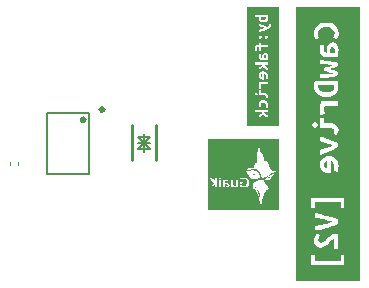
<source format=gbr>
%TF.GenerationSoftware,KiCad,Pcbnew,9.0.1*%
%TF.CreationDate,2025-04-22T15:18:38+08:00*%
%TF.ProjectId,CawDrive,43617744-7269-4766-952e-6b696361645f,rev?*%
%TF.SameCoordinates,Original*%
%TF.FileFunction,Legend,Bot*%
%TF.FilePolarity,Positive*%
%FSLAX46Y46*%
G04 Gerber Fmt 4.6, Leading zero omitted, Abs format (unit mm)*
G04 Created by KiCad (PCBNEW 9.0.1) date 2025-04-22 15:18:38*
%MOMM*%
%LPD*%
G01*
G04 APERTURE LIST*
%ADD10C,0.000000*%
%ADD11C,0.152000*%
%ADD12C,0.300000*%
%ADD13C,0.120000*%
%ADD14C,0.254000*%
%ADD15C,0.150000*%
G04 APERTURE END LIST*
D10*
%TO.C,G\u002A\u002A\u002A*%
G36*
X156911138Y-92649476D02*
G01*
X156936565Y-92657867D01*
X156936565Y-92726660D01*
X156936009Y-92756649D01*
X156933269Y-92782463D01*
X156927557Y-92794377D01*
X156918119Y-92792734D01*
X156904205Y-92777877D01*
X156885062Y-92750149D01*
X156884861Y-92749837D01*
X156862421Y-92710732D01*
X156850833Y-92680102D01*
X156850003Y-92658303D01*
X156859839Y-92645695D01*
X156880248Y-92642633D01*
X156911138Y-92649476D01*
G37*
G36*
X158035265Y-91780580D02*
G01*
X158052709Y-91790738D01*
X158070578Y-91803801D01*
X158084503Y-91816388D01*
X158090115Y-91825117D01*
X158088049Y-91830136D01*
X158078350Y-91843829D01*
X158063389Y-91861250D01*
X158062008Y-91862722D01*
X158043507Y-91879075D01*
X158026711Y-91888655D01*
X158014513Y-91890297D01*
X158009804Y-91882835D01*
X158005530Y-91878096D01*
X157992049Y-91875534D01*
X157985829Y-91874420D01*
X157970729Y-91865572D01*
X157956835Y-91851446D01*
X157947895Y-91836345D01*
X157947657Y-91824571D01*
X157958156Y-91813299D01*
X157976543Y-91799822D01*
X157997641Y-91787692D01*
X158016792Y-91779558D01*
X158029341Y-91778072D01*
X158035265Y-91780580D01*
G37*
G36*
X156756200Y-91514671D02*
G01*
X156775862Y-91526223D01*
X156798999Y-91542531D01*
X156821905Y-91560977D01*
X156840876Y-91578943D01*
X156858352Y-91597620D01*
X156838679Y-91623412D01*
X156829792Y-91634100D01*
X156814080Y-91645967D01*
X156795581Y-91649204D01*
X156779018Y-91651606D01*
X156763037Y-91663806D01*
X156755432Y-91672821D01*
X156744721Y-91678408D01*
X156737403Y-91675119D01*
X156722007Y-91663819D01*
X156702423Y-91647221D01*
X156681767Y-91628213D01*
X156663155Y-91609681D01*
X156649703Y-91594511D01*
X156644527Y-91585590D01*
X156645489Y-91582889D01*
X156655081Y-91571880D01*
X156672117Y-91556891D01*
X156693062Y-91540590D01*
X156714383Y-91525644D01*
X156732546Y-91514720D01*
X156744018Y-91510486D01*
X156756200Y-91514671D01*
G37*
G36*
X156981619Y-92849508D02*
G01*
X156995075Y-92861936D01*
X157013234Y-92881845D01*
X157033760Y-92906793D01*
X157043527Y-92919133D01*
X157070844Y-92952936D01*
X157098732Y-92986632D01*
X157122465Y-93014482D01*
X157132617Y-93026450D01*
X157169392Y-93078016D01*
X157195619Y-93131724D01*
X157212094Y-93190189D01*
X157219612Y-93256029D01*
X157218968Y-93331861D01*
X157216815Y-93362733D01*
X157209196Y-93421291D01*
X157197512Y-93466900D01*
X157181587Y-93500348D01*
X157181142Y-93501023D01*
X157169139Y-93515629D01*
X157161595Y-93516390D01*
X157158488Y-93503278D01*
X157159790Y-93476267D01*
X157161794Y-93458161D01*
X157164477Y-93437547D01*
X157166475Y-93426333D01*
X157167076Y-93421532D01*
X157166525Y-93402976D01*
X157164024Y-93375603D01*
X157160048Y-93343113D01*
X157155075Y-93309205D01*
X157149578Y-93277577D01*
X157144036Y-93251931D01*
X157133503Y-93215788D01*
X157114991Y-93163087D01*
X157091878Y-93104767D01*
X157065815Y-93044606D01*
X157038449Y-92986380D01*
X157011431Y-92933869D01*
X156986409Y-92890848D01*
X156973935Y-92870310D01*
X156967151Y-92855609D01*
X156968052Y-92848445D01*
X156976114Y-92846560D01*
X156981619Y-92849508D01*
G37*
G36*
X158849413Y-91557942D02*
G01*
X158849413Y-91620000D01*
X158849413Y-92226656D01*
X158849413Y-92874431D01*
X158849413Y-94620690D01*
X155848724Y-94620690D01*
X152848034Y-94620690D01*
X152848034Y-92704191D01*
X152975955Y-92704191D01*
X153016033Y-92675335D01*
X153036827Y-92660217D01*
X153068580Y-92636792D01*
X153097537Y-92615102D01*
X153119984Y-92599235D01*
X153142721Y-92586768D01*
X153157014Y-92584083D01*
X153161975Y-92591506D01*
X153161728Y-92594982D01*
X153156531Y-92609565D01*
X153143691Y-92628800D01*
X153122029Y-92654266D01*
X153090367Y-92687545D01*
X153071926Y-92706832D01*
X153053849Y-92727074D01*
X153042348Y-92741646D01*
X153039342Y-92748263D01*
X153041555Y-92749328D01*
X153048726Y-92744483D01*
X153052706Y-92740793D01*
X153065904Y-92738405D01*
X153067134Y-92738437D01*
X153079328Y-92732967D01*
X153097634Y-92719518D01*
X153118798Y-92700424D01*
X153122852Y-92696498D01*
X153150466Y-92671488D01*
X153182770Y-92644324D01*
X153213588Y-92620230D01*
X153226864Y-92610372D01*
X153281201Y-92570186D01*
X153325111Y-92538040D01*
X153359560Y-92513256D01*
X153385516Y-92495158D01*
X153403945Y-92483070D01*
X153415814Y-92476313D01*
X153422089Y-92474211D01*
X153425264Y-92475575D01*
X153428592Y-92483231D01*
X153430694Y-92499420D01*
X153431793Y-92526161D01*
X153432110Y-92565473D01*
X153432110Y-92656735D01*
X153518010Y-92656735D01*
X153603911Y-92656735D01*
X153599288Y-92596502D01*
X153598623Y-92587305D01*
X153597178Y-92560266D01*
X153596868Y-92540161D01*
X153597779Y-92530794D01*
X153602326Y-92526289D01*
X153613520Y-92527445D01*
X153630702Y-92539253D01*
X153655063Y-92562372D01*
X153678811Y-92585872D01*
X153695840Y-92600805D01*
X153703400Y-92604643D01*
X153701340Y-92597523D01*
X153689507Y-92579580D01*
X153667750Y-92550953D01*
X153650534Y-92529103D01*
X153623938Y-92494996D01*
X153605124Y-92469923D01*
X153593211Y-92452325D01*
X153587321Y-92440644D01*
X153586573Y-92433321D01*
X153590088Y-92428797D01*
X153596987Y-92425512D01*
X153606762Y-92427031D01*
X153625986Y-92439676D01*
X153653569Y-92464156D01*
X153656535Y-92466991D01*
X153682830Y-92491950D01*
X153709205Y-92516730D01*
X153730364Y-92536354D01*
X153762135Y-92565473D01*
X153743595Y-92536269D01*
X153738518Y-92528458D01*
X153724221Y-92507975D01*
X153712619Y-92493258D01*
X153704960Y-92484328D01*
X153689296Y-92464899D01*
X153670475Y-92440692D01*
X153650526Y-92414418D01*
X153631478Y-92388788D01*
X153615361Y-92366511D01*
X153604202Y-92350298D01*
X153600031Y-92342860D01*
X153602355Y-92337656D01*
X153612124Y-92327261D01*
X153618262Y-92321411D01*
X153616955Y-92316855D01*
X153602998Y-92313509D01*
X153601977Y-92313343D01*
X153596109Y-92312733D01*
X153591392Y-92311893D01*
X153587663Y-92309389D01*
X153584757Y-92303783D01*
X153582510Y-92293638D01*
X153580758Y-92277519D01*
X153579337Y-92253989D01*
X153578082Y-92221612D01*
X153576828Y-92178950D01*
X153575413Y-92124567D01*
X153574702Y-92097002D01*
X153753976Y-92097002D01*
X153756351Y-92123489D01*
X153760718Y-92162384D01*
X153763415Y-92191065D01*
X153766525Y-92230840D01*
X153769779Y-92277909D01*
X153772924Y-92328615D01*
X153775708Y-92379299D01*
X153775902Y-92383102D01*
X153778446Y-92431890D01*
X153780978Y-92478689D01*
X153783321Y-92520351D01*
X153785298Y-92553727D01*
X153786066Y-92565473D01*
X153786733Y-92575669D01*
X153787732Y-92601710D01*
X153785343Y-92624171D01*
X153778460Y-92640185D01*
X153770953Y-92653058D01*
X153769195Y-92659194D01*
X153775781Y-92659484D01*
X153794259Y-92659437D01*
X153821590Y-92659036D01*
X153854768Y-92658312D01*
X153937933Y-92656238D01*
X153933058Y-92591659D01*
X153930705Y-92558996D01*
X153926391Y-92491158D01*
X153922481Y-92419626D01*
X153919139Y-92348049D01*
X153916526Y-92280076D01*
X153914808Y-92219355D01*
X153914147Y-92169536D01*
X153914007Y-92092339D01*
X154089258Y-92092339D01*
X154089450Y-92127187D01*
X154090048Y-92169374D01*
X154091048Y-92216853D01*
X154091223Y-92224008D01*
X154092723Y-92278341D01*
X154094393Y-92321165D01*
X154096503Y-92355249D01*
X154099324Y-92383365D01*
X154103125Y-92408283D01*
X154108178Y-92432774D01*
X154114752Y-92459609D01*
X154115551Y-92462745D01*
X154127148Y-92518303D01*
X154130947Y-92563873D01*
X154126954Y-92601696D01*
X154115173Y-92634011D01*
X154103679Y-92656238D01*
X154103422Y-92656735D01*
X154179577Y-92656735D01*
X154255732Y-92656735D01*
X154252936Y-92614755D01*
X154251712Y-92594444D01*
X154249893Y-92556060D01*
X154248414Y-92514611D01*
X154247313Y-92472619D01*
X154246627Y-92432608D01*
X154246396Y-92397097D01*
X154246658Y-92368610D01*
X154247450Y-92349669D01*
X154248811Y-92342794D01*
X154256315Y-92345691D01*
X154270036Y-92354119D01*
X154273683Y-92356527D01*
X154301491Y-92370135D01*
X154336641Y-92382119D01*
X154372961Y-92390651D01*
X154404279Y-92393901D01*
X154408738Y-92393920D01*
X154428270Y-92395145D01*
X154437389Y-92399281D01*
X154439641Y-92407711D01*
X154442843Y-92417192D01*
X154457330Y-92425962D01*
X154463007Y-92427727D01*
X154488447Y-92442331D01*
X154511827Y-92464729D01*
X154527748Y-92490010D01*
X154530690Y-92497556D01*
X154533439Y-92510794D01*
X154528695Y-92516319D01*
X154523282Y-92521761D01*
X154519951Y-92536069D01*
X154519871Y-92538811D01*
X154511690Y-92562326D01*
X154491493Y-92580486D01*
X154461278Y-92591404D01*
X154444661Y-92594186D01*
X154415737Y-92597178D01*
X154390773Y-92597639D01*
X154373246Y-92595584D01*
X154366631Y-92591027D01*
X154363893Y-92586783D01*
X154352029Y-92583726D01*
X154346328Y-92584399D01*
X154339077Y-92591510D01*
X154339599Y-92607754D01*
X154347753Y-92634832D01*
X154349269Y-92638809D01*
X154360693Y-92656761D01*
X154378226Y-92664997D01*
X154381132Y-92665582D01*
X154410291Y-92668765D01*
X154447707Y-92669738D01*
X154487938Y-92668632D01*
X154525539Y-92665579D01*
X154555068Y-92660712D01*
X154572849Y-92655209D01*
X154611002Y-92633470D01*
X154640258Y-92601640D01*
X154659050Y-92561766D01*
X154665810Y-92515901D01*
X154665208Y-92502415D01*
X154653946Y-92460211D01*
X154628432Y-92420941D01*
X154588642Y-92384577D01*
X154534553Y-92351091D01*
X154511756Y-92340291D01*
X154488378Y-92333600D01*
X154466473Y-92333646D01*
X154441330Y-92333426D01*
X154411716Y-92326164D01*
X154396149Y-92320306D01*
X154368402Y-92311027D01*
X154339314Y-92302262D01*
X154309655Y-92293202D01*
X154280852Y-92281349D01*
X154262239Y-92268051D01*
X154251360Y-92251398D01*
X154245761Y-92229481D01*
X154244130Y-92211712D01*
X154246867Y-92184663D01*
X154256296Y-92166751D01*
X154271562Y-92160271D01*
X154284966Y-92156612D01*
X154300923Y-92145669D01*
X154302551Y-92144133D01*
X154324421Y-92133286D01*
X154350897Y-92132254D01*
X154376014Y-92141378D01*
X154385002Y-92145006D01*
X154407078Y-92150389D01*
X154437063Y-92155633D01*
X154471136Y-92159988D01*
X154496434Y-92162889D01*
X154528274Y-92167246D01*
X154553390Y-92171502D01*
X154567874Y-92175050D01*
X154575950Y-92177769D01*
X154583958Y-92176537D01*
X154585660Y-92164632D01*
X154585381Y-92159225D01*
X154578944Y-92132664D01*
X154566460Y-92105560D01*
X154551220Y-92085480D01*
X154546956Y-92082143D01*
X154528327Y-92071457D01*
X154505617Y-92061802D01*
X154496689Y-92058494D01*
X154476881Y-92049999D01*
X154464852Y-92043171D01*
X154458602Y-92039909D01*
X154451984Y-92046111D01*
X154447970Y-92049974D01*
X154436449Y-92053535D01*
X154415794Y-92056396D01*
X154384183Y-92058800D01*
X154339792Y-92060986D01*
X154328749Y-92061462D01*
X154285804Y-92063505D01*
X154244941Y-92065723D01*
X154210329Y-92067879D01*
X154186140Y-92069734D01*
X154164976Y-92071069D01*
X154138390Y-92069367D01*
X154117484Y-92062346D01*
X154114651Y-92060945D01*
X154098953Y-92053706D01*
X154090637Y-92050756D01*
X154090114Y-92052854D01*
X154089478Y-92066879D01*
X154089258Y-92092339D01*
X153914007Y-92092339D01*
X153913972Y-92072939D01*
X153882943Y-92076788D01*
X153863919Y-92077836D01*
X153833629Y-92077079D01*
X153802633Y-92074303D01*
X153784975Y-92071863D01*
X153769092Y-92070352D01*
X153759317Y-92072596D01*
X153754621Y-92080758D01*
X153753976Y-92097002D01*
X153574702Y-92097002D01*
X153573671Y-92057027D01*
X153573069Y-92034128D01*
X154771778Y-92034128D01*
X154772488Y-92043455D01*
X154772583Y-92044313D01*
X154773533Y-92058105D01*
X154774928Y-92084144D01*
X154776673Y-92120380D01*
X154778673Y-92164765D01*
X154780831Y-92215250D01*
X154783052Y-92269785D01*
X154784960Y-92313827D01*
X154788032Y-92372658D01*
X154791388Y-92425150D01*
X154794879Y-92469239D01*
X154798351Y-92502859D01*
X154800394Y-92515901D01*
X154801655Y-92523946D01*
X154804411Y-92537191D01*
X154809935Y-92574751D01*
X154811606Y-92607870D01*
X154809384Y-92633346D01*
X154803228Y-92647974D01*
X154802336Y-92649005D01*
X154803221Y-92652736D01*
X154813451Y-92655113D01*
X154834774Y-92656368D01*
X154868936Y-92656735D01*
X154943406Y-92656735D01*
X154943406Y-92612929D01*
X154944179Y-92592993D01*
X154946718Y-92575756D01*
X154950414Y-92569124D01*
X154958452Y-92573973D01*
X154973098Y-92586917D01*
X154991094Y-92605121D01*
X155023322Y-92633857D01*
X155058920Y-92653027D01*
X155061864Y-92653984D01*
X155086190Y-92659395D01*
X155118586Y-92663951D01*
X155154564Y-92667309D01*
X155189634Y-92669127D01*
X155219307Y-92669063D01*
X155239094Y-92666774D01*
X155240935Y-92666290D01*
X155259091Y-92661568D01*
X155281171Y-92655874D01*
X155288511Y-92653509D01*
X155312778Y-92641485D01*
X155335249Y-92625461D01*
X155336895Y-92624002D01*
X155361371Y-92597196D01*
X155377247Y-92566766D01*
X155385766Y-92529331D01*
X155388172Y-92481512D01*
X155387782Y-92461751D01*
X155386424Y-92426360D01*
X155384274Y-92382563D01*
X155381515Y-92333232D01*
X155378333Y-92281241D01*
X155374911Y-92229466D01*
X155371435Y-92180780D01*
X155368089Y-92138058D01*
X155367790Y-92134717D01*
X155548355Y-92134717D01*
X155552432Y-92163921D01*
X155552542Y-92164708D01*
X155560968Y-92225842D01*
X155567418Y-92275146D01*
X155572090Y-92315197D01*
X155575181Y-92348574D01*
X155576892Y-92377856D01*
X155577418Y-92405620D01*
X155576960Y-92434446D01*
X155575713Y-92466910D01*
X155575619Y-92469002D01*
X155574965Y-92481512D01*
X155573462Y-92510288D01*
X155570877Y-92550503D01*
X155568178Y-92585139D01*
X155565684Y-92609690D01*
X155560069Y-92653906D01*
X155709872Y-92662723D01*
X155714458Y-92662991D01*
X155762955Y-92665647D01*
X155809182Y-92667876D01*
X155850061Y-92669549D01*
X155882519Y-92670540D01*
X155903481Y-92670722D01*
X155911571Y-92670491D01*
X155954496Y-92667318D01*
X156001596Y-92661294D01*
X156048176Y-92653211D01*
X156089545Y-92643860D01*
X156121009Y-92634032D01*
X156151391Y-92619947D01*
X156204919Y-92583904D01*
X156251737Y-92537575D01*
X156289417Y-92483573D01*
X156315532Y-92424513D01*
X156318823Y-92413987D01*
X156324548Y-92392463D01*
X156328138Y-92371171D01*
X156329438Y-92353222D01*
X156629803Y-92353222D01*
X156629817Y-92359711D01*
X156630233Y-92391407D01*
X156631161Y-92434308D01*
X156632528Y-92485770D01*
X156634259Y-92543147D01*
X156636281Y-92603794D01*
X156638520Y-92665067D01*
X156647360Y-92896078D01*
X156673947Y-92874712D01*
X156711197Y-92851960D01*
X156750090Y-92842898D01*
X156789398Y-92848280D01*
X156828913Y-92868038D01*
X156868423Y-92902105D01*
X156907719Y-92950411D01*
X156909490Y-92952935D01*
X156936502Y-92994902D01*
X156964572Y-93044002D01*
X156991254Y-93095526D01*
X157014100Y-93144763D01*
X157030663Y-93187005D01*
X157034760Y-93198946D01*
X157045582Y-93229858D01*
X157058450Y-93266051D01*
X157071385Y-93301943D01*
X157095059Y-93370490D01*
X157122449Y-93457127D01*
X157149586Y-93549983D01*
X157175250Y-93644707D01*
X157198221Y-93736949D01*
X157217278Y-93822356D01*
X157217372Y-93822809D01*
X157223703Y-93853437D01*
X157232364Y-93895450D01*
X157242764Y-93945980D01*
X157254314Y-94002161D01*
X157266424Y-94061126D01*
X157278504Y-94120008D01*
X157280573Y-94130075D01*
X157293755Y-94193048D01*
X157304539Y-94242183D01*
X157313041Y-94277954D01*
X157319381Y-94300837D01*
X157323678Y-94311305D01*
X157326051Y-94309833D01*
X157327493Y-94302371D01*
X157331733Y-94279832D01*
X157337992Y-94246183D01*
X157345900Y-94203439D01*
X157355082Y-94153619D01*
X157365169Y-94098737D01*
X157375787Y-94040811D01*
X157386564Y-93981857D01*
X157390653Y-93960579D01*
X157402428Y-93905705D01*
X157417656Y-93840770D01*
X157435636Y-93768396D01*
X157455669Y-93691205D01*
X157477053Y-93611819D01*
X157499089Y-93532861D01*
X157521076Y-93456952D01*
X157542312Y-93386715D01*
X157562099Y-93324772D01*
X157564070Y-93318863D01*
X157589364Y-93249785D01*
X157618689Y-93180080D01*
X157650755Y-93112205D01*
X157684271Y-93048619D01*
X157717948Y-92991781D01*
X157750497Y-92944149D01*
X157780627Y-92908182D01*
X157798977Y-92891011D01*
X157840434Y-92863381D01*
X157883167Y-92849053D01*
X157925811Y-92848370D01*
X157966997Y-92861671D01*
X157976034Y-92866115D01*
X157991709Y-92872841D01*
X157998968Y-92874431D01*
X157998798Y-92871779D01*
X157995584Y-92857500D01*
X157989206Y-92833064D01*
X157980312Y-92800915D01*
X157969550Y-92763501D01*
X157965395Y-92749446D01*
X157950930Y-92703515D01*
X157938334Y-92669220D01*
X157926767Y-92644439D01*
X157915385Y-92627052D01*
X157907901Y-92617456D01*
X157897195Y-92602362D01*
X157892989Y-92594271D01*
X157892232Y-92592440D01*
X157884565Y-92581500D01*
X157870631Y-92563833D01*
X157852909Y-92542402D01*
X157833874Y-92520170D01*
X157816006Y-92500103D01*
X157801780Y-92485163D01*
X157789333Y-92471476D01*
X157772248Y-92450643D01*
X157753693Y-92426698D01*
X157736375Y-92403221D01*
X157723000Y-92383794D01*
X157716273Y-92371998D01*
X157715983Y-92371287D01*
X157708975Y-92359301D01*
X157695893Y-92340012D01*
X157679315Y-92317241D01*
X157669481Y-92303498D01*
X157651566Y-92276410D01*
X157631338Y-92244049D01*
X157610247Y-92208929D01*
X157589741Y-92173565D01*
X157571270Y-92140470D01*
X157556281Y-92112159D01*
X157550477Y-92100031D01*
X157670495Y-92100031D01*
X157746759Y-92177607D01*
X157759634Y-92190586D01*
X157785612Y-92216027D01*
X157807425Y-92236392D01*
X157823091Y-92249862D01*
X157830628Y-92254617D01*
X157835570Y-92253618D01*
X157851940Y-92248837D01*
X157873695Y-92241559D01*
X157876891Y-92240422D01*
X157895658Y-92232675D01*
X157902434Y-92226656D01*
X157899166Y-92220775D01*
X157893505Y-92217102D01*
X157876074Y-92207186D01*
X157849722Y-92192878D01*
X157816845Y-92175470D01*
X157779835Y-92156257D01*
X157670495Y-92100031D01*
X157550477Y-92100031D01*
X157546224Y-92091144D01*
X157542548Y-92079941D01*
X157541738Y-92076688D01*
X157535934Y-92072826D01*
X157522541Y-92070472D01*
X157499224Y-92069301D01*
X157463650Y-92068990D01*
X157431932Y-92068625D01*
X157401693Y-92066885D01*
X157381755Y-92063456D01*
X157369713Y-92058057D01*
X157366082Y-92055421D01*
X157349895Y-92043715D01*
X157327001Y-92027196D01*
X157301124Y-92008552D01*
X157284880Y-91996856D01*
X157643211Y-91996856D01*
X157644757Y-92002222D01*
X157650540Y-92003731D01*
X157669423Y-92008117D01*
X157698998Y-92014738D01*
X157737171Y-92023129D01*
X157781847Y-92032830D01*
X157830931Y-92043375D01*
X157866731Y-92051047D01*
X157912532Y-92060922D01*
X157952276Y-92069560D01*
X157983905Y-92076511D01*
X158005363Y-92081325D01*
X158014594Y-92083553D01*
X158017149Y-92084319D01*
X158020091Y-92084257D01*
X158023957Y-92082186D01*
X158029618Y-92077033D01*
X158037949Y-92067727D01*
X158049825Y-92053194D01*
X158066117Y-92032361D01*
X158087701Y-92004157D01*
X158115449Y-91967507D01*
X158150235Y-91921340D01*
X158192934Y-91864582D01*
X158213107Y-91837791D01*
X158250387Y-91788418D01*
X158286118Y-91741264D01*
X158318857Y-91698222D01*
X158347163Y-91661185D01*
X158369595Y-91632046D01*
X158384712Y-91612699D01*
X158428211Y-91557942D01*
X158394684Y-91555736D01*
X158367984Y-91556535D01*
X158327865Y-91562535D01*
X158280844Y-91573215D01*
X158230310Y-91587792D01*
X158179652Y-91605482D01*
X158177309Y-91606385D01*
X158107751Y-91637917D01*
X158031687Y-91680808D01*
X157950426Y-91734146D01*
X157865279Y-91797019D01*
X157777555Y-91868514D01*
X157688563Y-91947718D01*
X157672311Y-91963145D01*
X157670792Y-91964587D01*
X157651691Y-91984558D01*
X157643211Y-91996856D01*
X157284880Y-91996856D01*
X157247577Y-91969997D01*
X157229205Y-91993950D01*
X157201988Y-92025398D01*
X157162910Y-92058971D01*
X157113756Y-92090009D01*
X157101797Y-92096382D01*
X157064278Y-92114369D01*
X157016839Y-92135120D01*
X156962322Y-92157515D01*
X156903568Y-92180434D01*
X156843420Y-92202756D01*
X156784721Y-92223362D01*
X156730313Y-92241131D01*
X156629925Y-92272388D01*
X156629861Y-92314472D01*
X156629803Y-92353222D01*
X156329438Y-92353222D01*
X156329931Y-92346409D01*
X156330264Y-92314472D01*
X156329475Y-92271658D01*
X156326936Y-92170066D01*
X156294914Y-92105472D01*
X156274900Y-92069096D01*
X156245780Y-92027711D01*
X156237243Y-92018254D01*
X156937680Y-92018254D01*
X156943333Y-92023664D01*
X156957427Y-92031966D01*
X156959702Y-92033135D01*
X156974575Y-92040364D01*
X156981833Y-92043159D01*
X156983632Y-92042252D01*
X156994206Y-92035087D01*
X157011316Y-92022703D01*
X157031907Y-92007405D01*
X157052923Y-91991497D01*
X157071309Y-91977282D01*
X157084008Y-91967063D01*
X157087965Y-91963145D01*
X157082638Y-91964563D01*
X157066352Y-91969988D01*
X157042735Y-91978280D01*
X157015305Y-91988155D01*
X156987581Y-91998331D01*
X156963083Y-92007527D01*
X156945328Y-92014460D01*
X156937835Y-92017849D01*
X156937680Y-92018254D01*
X156237243Y-92018254D01*
X156209222Y-91987215D01*
X156162326Y-91944080D01*
X156150461Y-91935047D01*
X156119058Y-91916249D01*
X156079950Y-91897235D01*
X156037429Y-91880004D01*
X155995790Y-91866554D01*
X155984660Y-91863612D01*
X155964023Y-91859001D01*
X155942598Y-91855748D01*
X155917624Y-91853660D01*
X155886338Y-91852545D01*
X155845979Y-91852211D01*
X155793785Y-91852464D01*
X155763556Y-91852613D01*
X155707597Y-91852157D01*
X155664181Y-91850574D01*
X155631923Y-91847797D01*
X155609436Y-91843763D01*
X155571288Y-91833867D01*
X155571288Y-91909085D01*
X155571288Y-91957955D01*
X155571288Y-91984303D01*
X155598666Y-91972206D01*
X155611995Y-91967552D01*
X155630787Y-91963936D01*
X155656563Y-91961588D01*
X155691859Y-91960284D01*
X155739209Y-91959801D01*
X155751403Y-91959775D01*
X155792151Y-91959931D01*
X155822174Y-91960775D01*
X155844570Y-91962673D01*
X155862440Y-91965987D01*
X155878886Y-91971081D01*
X155897007Y-91978320D01*
X155916628Y-91986295D01*
X155933414Y-91991602D01*
X155942906Y-91991457D01*
X155948429Y-91986382D01*
X155954385Y-91980367D01*
X155964868Y-91979678D01*
X155984107Y-91984869D01*
X155986026Y-91985484D01*
X156028455Y-92000307D01*
X156059127Y-92014957D01*
X156080495Y-92032093D01*
X156095009Y-92054377D01*
X156105121Y-92084468D01*
X156113283Y-92125026D01*
X156117119Y-92145515D01*
X156122647Y-92165647D01*
X156129394Y-92176954D01*
X156138865Y-92182840D01*
X156150263Y-92189733D01*
X156161607Y-92207095D01*
X156167975Y-92235010D01*
X156169965Y-92275253D01*
X156169965Y-92323576D01*
X156131635Y-92360530D01*
X156123224Y-92368696D01*
X156106739Y-92385977D01*
X156098057Y-92399201D01*
X156094981Y-92412592D01*
X156095314Y-92430372D01*
X156094356Y-92451358D01*
X156084425Y-92484678D01*
X156066247Y-92513085D01*
X156042248Y-92531934D01*
X156038962Y-92533445D01*
X156023475Y-92538033D01*
X156005081Y-92537978D01*
X155978270Y-92533407D01*
X155959320Y-92529316D01*
X155937704Y-92524168D01*
X155925061Y-92520534D01*
X155919078Y-92519847D01*
X155914432Y-92527930D01*
X155914016Y-92531105D01*
X155904368Y-92542903D01*
X155884547Y-92552134D01*
X155858026Y-92558216D01*
X155828275Y-92560564D01*
X155798768Y-92558594D01*
X155772976Y-92551723D01*
X155767692Y-92549623D01*
X155745633Y-92542709D01*
X155728527Y-92539920D01*
X155719940Y-92538015D01*
X155707286Y-92526999D01*
X155692880Y-92504191D01*
X155686001Y-92490567D01*
X155670331Y-92443924D01*
X155667010Y-92399188D01*
X155675990Y-92358396D01*
X155697222Y-92323586D01*
X155720223Y-92297389D01*
X155770618Y-92302355D01*
X155797210Y-92305373D01*
X155819165Y-92308597D01*
X155831354Y-92311289D01*
X155835162Y-92312396D01*
X155838278Y-92309156D01*
X155834258Y-92295696D01*
X155833989Y-92294971D01*
X155828917Y-92273422D01*
X155826821Y-92249232D01*
X155826821Y-92222329D01*
X155788491Y-92221854D01*
X155774052Y-92221485D01*
X155733398Y-92218815D01*
X155692027Y-92214142D01*
X155653767Y-92208041D01*
X155622449Y-92201087D01*
X155601900Y-92193853D01*
X155600960Y-92193355D01*
X155580138Y-92177777D01*
X155563149Y-92158091D01*
X155548355Y-92134717D01*
X155367790Y-92134717D01*
X155365057Y-92104173D01*
X155362525Y-92081999D01*
X155358067Y-92051184D01*
X155332369Y-92061922D01*
X155332267Y-92061964D01*
X155299747Y-92071412D01*
X155272408Y-92069144D01*
X155246307Y-92054835D01*
X155222938Y-92037010D01*
X155236140Y-92100465D01*
X155244982Y-92148287D01*
X155252197Y-92202561D01*
X155255478Y-92250633D01*
X155254667Y-92289930D01*
X155249603Y-92317879D01*
X155242321Y-92350950D01*
X155241657Y-92390660D01*
X155249269Y-92425405D01*
X155255350Y-92444031D01*
X155255404Y-92460346D01*
X155246811Y-92476117D01*
X155228143Y-92496114D01*
X155216299Y-92508380D01*
X155203792Y-92523396D01*
X155198939Y-92532330D01*
X155198934Y-92532497D01*
X155192268Y-92537745D01*
X155176780Y-92539920D01*
X155157477Y-92542987D01*
X155135908Y-92552180D01*
X155131052Y-92555211D01*
X155116514Y-92560376D01*
X155103410Y-92555831D01*
X155101428Y-92554737D01*
X155083501Y-92549395D01*
X155061172Y-92547221D01*
X155051133Y-92546905D01*
X155035707Y-92543082D01*
X155029171Y-92533650D01*
X155022193Y-92523588D01*
X155006727Y-92515336D01*
X155000339Y-92513405D01*
X154973792Y-92497736D01*
X154954308Y-92473969D01*
X154945652Y-92446359D01*
X154941966Y-92396373D01*
X154938511Y-92355156D01*
X154935239Y-92322902D01*
X154931884Y-92296725D01*
X154930195Y-92269280D01*
X154935997Y-92244433D01*
X154937899Y-92239811D01*
X154941392Y-92217323D01*
X154941311Y-92185190D01*
X154937779Y-92146792D01*
X154930919Y-92105513D01*
X154924964Y-92076310D01*
X154862255Y-92072659D01*
X154853270Y-92072086D01*
X154817980Y-92068179D01*
X154794427Y-92061714D01*
X154780297Y-92051776D01*
X154773277Y-92037449D01*
X154771778Y-92034128D01*
X153573069Y-92034128D01*
X153568561Y-91862522D01*
X153527714Y-91866069D01*
X153512063Y-91866983D01*
X153476794Y-91863971D01*
X153451297Y-91852299D01*
X153433633Y-91831247D01*
X153433437Y-91830900D01*
X153753351Y-91830900D01*
X153753351Y-91889721D01*
X153753351Y-91948543D01*
X153780730Y-91948595D01*
X153798397Y-91949121D01*
X153827119Y-91950829D01*
X153857390Y-91953301D01*
X153906671Y-91957955D01*
X153906671Y-91905793D01*
X153906671Y-91853631D01*
X153846238Y-91853631D01*
X153811344Y-91852588D01*
X153785523Y-91848918D01*
X153769578Y-91842265D01*
X153753351Y-91830900D01*
X153433437Y-91830900D01*
X153423258Y-91812875D01*
X153415482Y-91801028D01*
X153410026Y-91796899D01*
X153406588Y-91801632D01*
X153404863Y-91816374D01*
X153404548Y-91842272D01*
X153405340Y-91880470D01*
X153406936Y-91932116D01*
X153408407Y-91980455D01*
X153409259Y-92018477D01*
X153409325Y-92045486D01*
X153408518Y-92063311D01*
X153406753Y-92073779D01*
X153403944Y-92078720D01*
X153400006Y-92079960D01*
X153394281Y-92079161D01*
X153388304Y-92073748D01*
X153384957Y-92066647D01*
X153374661Y-92050850D01*
X153359833Y-92029974D01*
X153342948Y-92007329D01*
X153326482Y-91986228D01*
X153312910Y-91969982D01*
X153304705Y-91961901D01*
X153304104Y-91961475D01*
X153295307Y-91952200D01*
X153281224Y-91934787D01*
X153264609Y-91912619D01*
X153261740Y-91908675D01*
X153246404Y-91888153D01*
X153234915Y-91873699D01*
X153229576Y-91868233D01*
X153228803Y-91873016D01*
X153233023Y-91888491D01*
X153242614Y-91915540D01*
X153257864Y-91955045D01*
X153260622Y-91962136D01*
X153269440Y-91986628D01*
X153274806Y-92004584D01*
X153275644Y-92012530D01*
X153275136Y-92012999D01*
X153266347Y-92013803D01*
X153252926Y-92004232D01*
X153234027Y-91983506D01*
X153208801Y-91950842D01*
X153199117Y-91937804D01*
X153179150Y-91911484D01*
X153161924Y-91889475D01*
X153150353Y-91875534D01*
X153148811Y-91873801D01*
X153135087Y-91857860D01*
X153116344Y-91835549D01*
X153096166Y-91811131D01*
X153090169Y-91803893D01*
X153073387Y-91784589D01*
X153061018Y-91771786D01*
X153055394Y-91767953D01*
X153055057Y-91770893D01*
X153058033Y-91784628D01*
X153064555Y-91805761D01*
X153073265Y-91830335D01*
X153082804Y-91854394D01*
X153091813Y-91873982D01*
X153097670Y-91885579D01*
X153102573Y-91898436D01*
X153099970Y-91903716D01*
X153089625Y-91904737D01*
X153080095Y-91900515D01*
X153063352Y-91883271D01*
X153041592Y-91852991D01*
X153035215Y-91843444D01*
X153020446Y-91822455D01*
X153009521Y-91808533D01*
X153004443Y-91804302D01*
X153004403Y-91804347D01*
X153005236Y-91812641D01*
X153010305Y-91831149D01*
X153018501Y-91856581D01*
X153028712Y-91885649D01*
X153039831Y-91915063D01*
X153050747Y-91941535D01*
X153066095Y-91972254D01*
X153094938Y-92019781D01*
X153132701Y-92074279D01*
X153178250Y-92134205D01*
X153230452Y-92198020D01*
X153288172Y-92264183D01*
X153302322Y-92280217D01*
X153325032Y-92308036D01*
X153337702Y-92327218D01*
X153339929Y-92337192D01*
X153323736Y-92360624D01*
X153295237Y-92394744D01*
X153261694Y-92429460D01*
X153227042Y-92460471D01*
X153215013Y-92470462D01*
X153182339Y-92498682D01*
X153146280Y-92531022D01*
X153109245Y-92565210D01*
X153073645Y-92598973D01*
X153041891Y-92630039D01*
X153016391Y-92656135D01*
X152999558Y-92674987D01*
X152975955Y-92704191D01*
X152848034Y-92704191D01*
X152848034Y-91620000D01*
X152848034Y-91341179D01*
X156082592Y-91341179D01*
X156083085Y-91342450D01*
X156089366Y-91353680D01*
X156101966Y-91374688D01*
X156119738Y-91403598D01*
X156141532Y-91438537D01*
X156166201Y-91477632D01*
X156167505Y-91479686D01*
X156195745Y-91524282D01*
X156224358Y-91569596D01*
X156251291Y-91612368D01*
X156274491Y-91649339D01*
X156291905Y-91677249D01*
X156321014Y-91723829D01*
X156353390Y-91774503D01*
X156380556Y-91815339D01*
X156403662Y-91847946D01*
X156423858Y-91873932D01*
X156442292Y-91894906D01*
X156460116Y-91912473D01*
X156505263Y-91947211D01*
X156568354Y-91980363D01*
X156639106Y-92003290D01*
X156649675Y-92005579D01*
X156701554Y-92012153D01*
X156754512Y-92012359D01*
X156801497Y-92006076D01*
X156808541Y-92004407D01*
X156821475Y-92001077D01*
X156837471Y-91996597D01*
X156858077Y-91990488D01*
X156884839Y-91982273D01*
X156919307Y-91971476D01*
X156963026Y-91957620D01*
X157017544Y-91940226D01*
X157084409Y-91918818D01*
X157228603Y-91872602D01*
X157228603Y-91804330D01*
X157228535Y-91795342D01*
X157223531Y-91722839D01*
X157211336Y-91649492D01*
X157192978Y-91580254D01*
X157169487Y-91520077D01*
X157166049Y-91512961D01*
X157150070Y-91483309D01*
X157132198Y-91457074D01*
X157109284Y-91430050D01*
X157078182Y-91398030D01*
X157041662Y-91363635D01*
X156997187Y-91328104D01*
X156952339Y-91300854D01*
X156903575Y-91280140D01*
X156847352Y-91264219D01*
X156780129Y-91251349D01*
X156760021Y-91248519D01*
X156700263Y-91243505D01*
X156632046Y-91241688D01*
X156559526Y-91243028D01*
X156486858Y-91247481D01*
X156418198Y-91255005D01*
X156390255Y-91259364D01*
X156349271Y-91266972D01*
X156304790Y-91276284D01*
X156259041Y-91286729D01*
X156214250Y-91297735D01*
X156172643Y-91308732D01*
X156136448Y-91319146D01*
X156107889Y-91328406D01*
X156089195Y-91335941D01*
X156082592Y-91341179D01*
X152848034Y-91341179D01*
X152848034Y-91265611D01*
X156014406Y-91265611D01*
X156016204Y-91269555D01*
X156017998Y-91269528D01*
X156042100Y-91266669D01*
X156077254Y-91259525D01*
X156121030Y-91248692D01*
X156170996Y-91234768D01*
X156224722Y-91218349D01*
X156248555Y-91210832D01*
X156369086Y-91175640D01*
X156478905Y-91148844D01*
X156579068Y-91130473D01*
X156670634Y-91120551D01*
X156754660Y-91119105D01*
X156832203Y-91126160D01*
X156904320Y-91141744D01*
X156972069Y-91165882D01*
X157036506Y-91198600D01*
X157098690Y-91239925D01*
X157141618Y-91277248D01*
X157190175Y-91332739D01*
X157235777Y-91398835D01*
X157277366Y-91473394D01*
X157313883Y-91554278D01*
X157344270Y-91639346D01*
X157367468Y-91726459D01*
X157382419Y-91813475D01*
X157383051Y-91818628D01*
X157387000Y-91848945D01*
X157390400Y-91872602D01*
X157390761Y-91875116D01*
X157393598Y-91891961D01*
X157394660Y-91896519D01*
X157401928Y-91908778D01*
X157417182Y-91911683D01*
X157430633Y-91909843D01*
X157460514Y-91901134D01*
X157500956Y-91885772D01*
X157550800Y-91864302D01*
X157608887Y-91837269D01*
X157674056Y-91805218D01*
X157745149Y-91768696D01*
X157821005Y-91728246D01*
X157900466Y-91684415D01*
X158014896Y-91620954D01*
X158124541Y-91561556D01*
X158227228Y-91507386D01*
X158322285Y-91458768D01*
X158409040Y-91416026D01*
X158486822Y-91379482D01*
X158554958Y-91349462D01*
X158612777Y-91326287D01*
X158659607Y-91310283D01*
X158694775Y-91301773D01*
X158711244Y-91298517D01*
X158723176Y-91293129D01*
X158721059Y-91286295D01*
X158705220Y-91277247D01*
X158658068Y-91260407D01*
X158597135Y-91248969D01*
X158534866Y-91246703D01*
X158477065Y-91254197D01*
X158461668Y-91256907D01*
X158431196Y-91259844D01*
X158395171Y-91261482D01*
X158357609Y-91261809D01*
X158322529Y-91260813D01*
X158293951Y-91258481D01*
X158275893Y-91254802D01*
X158256030Y-91243577D01*
X158228008Y-91219259D01*
X158197465Y-91185429D01*
X158165983Y-91144327D01*
X158135140Y-91098190D01*
X158106515Y-91049259D01*
X158081688Y-90999770D01*
X158062239Y-90951964D01*
X158059814Y-90945371D01*
X158051713Y-90924380D01*
X158040130Y-90895021D01*
X158026415Y-90860653D01*
X158011916Y-90824633D01*
X157997982Y-90790318D01*
X157985962Y-90761066D01*
X157977203Y-90740236D01*
X157973675Y-90731378D01*
X157965333Y-90708539D01*
X157954910Y-90678568D01*
X157943868Y-90645621D01*
X157937771Y-90627557D01*
X157917946Y-90576217D01*
X157898281Y-90537517D01*
X157877936Y-90509992D01*
X157856072Y-90492172D01*
X157846127Y-90486994D01*
X157831471Y-90482122D01*
X157812230Y-90479200D01*
X157785068Y-90477776D01*
X157746651Y-90477402D01*
X157709466Y-90476856D01*
X157674998Y-90474053D01*
X157650133Y-90467797D01*
X157632154Y-90456912D01*
X157618341Y-90440223D01*
X157605978Y-90416553D01*
X157600310Y-90402476D01*
X157595873Y-90386356D01*
X157592595Y-90366103D01*
X157590162Y-90339100D01*
X157588263Y-90302730D01*
X157586583Y-90254375D01*
X157585446Y-90219263D01*
X157583416Y-90176743D01*
X157580256Y-90144873D01*
X157575115Y-90121273D01*
X157567141Y-90103566D01*
X157555484Y-90089374D01*
X157539290Y-90076319D01*
X157517709Y-90062023D01*
X157508136Y-90055672D01*
X157489400Y-90040619D01*
X157476034Y-90023816D01*
X157467174Y-90002701D01*
X157461957Y-89974710D01*
X157459517Y-89937281D01*
X157458991Y-89887850D01*
X157459004Y-89880170D01*
X157458770Y-89843509D01*
X157457811Y-89818842D01*
X157455863Y-89803948D01*
X157452665Y-89796609D01*
X157447953Y-89794603D01*
X157441733Y-89794137D01*
X157412990Y-89784220D01*
X157381891Y-89762863D01*
X157350435Y-89731961D01*
X157320621Y-89693409D01*
X157294448Y-89649100D01*
X157293235Y-89646701D01*
X157275789Y-89608503D01*
X157259292Y-89564775D01*
X157243344Y-89514016D01*
X157227540Y-89454728D01*
X157211481Y-89385410D01*
X157194764Y-89304563D01*
X157176988Y-89210687D01*
X157162147Y-89133081D01*
X157143418Y-89045864D01*
X157125160Y-88973196D01*
X157107365Y-88915055D01*
X157090027Y-88871415D01*
X157073138Y-88842252D01*
X157071825Y-88840790D01*
X157069459Y-88840319D01*
X157067463Y-88844154D01*
X157065788Y-88853439D01*
X157064382Y-88869320D01*
X157063194Y-88892938D01*
X157062174Y-88925439D01*
X157061272Y-88967967D01*
X157060437Y-89021664D01*
X157059618Y-89087675D01*
X157058765Y-89167144D01*
X157058204Y-89214890D01*
X157057085Y-89288023D01*
X157055704Y-89358976D01*
X157054116Y-89425679D01*
X157052377Y-89486063D01*
X157050544Y-89538056D01*
X157048673Y-89579588D01*
X157046819Y-89608589D01*
X157044639Y-89633807D01*
X157033983Y-89733687D01*
X157021141Y-89821530D01*
X157006231Y-89896720D01*
X156989371Y-89958641D01*
X156970679Y-90006677D01*
X156954817Y-90039821D01*
X156973070Y-90055306D01*
X156991322Y-90070792D01*
X156991297Y-90103282D01*
X156991171Y-90270446D01*
X156991168Y-90273304D01*
X156990771Y-90345168D01*
X156989625Y-90404006D01*
X156987561Y-90451328D01*
X156984407Y-90488644D01*
X156979993Y-90517464D01*
X156974147Y-90539297D01*
X156966698Y-90555655D01*
X156957476Y-90568046D01*
X156953076Y-90572492D01*
X156942224Y-90579512D01*
X156927531Y-90581417D01*
X156903764Y-90579306D01*
X156865048Y-90574469D01*
X156846083Y-90606829D01*
X156842836Y-90612506D01*
X156825257Y-90648844D01*
X156809219Y-90692778D01*
X156793960Y-90746637D01*
X156778718Y-90812750D01*
X156771504Y-90844658D01*
X156757102Y-90895878D01*
X156741232Y-90935579D01*
X156723002Y-90965789D01*
X156701523Y-90988535D01*
X156677492Y-91008757D01*
X156586175Y-91002904D01*
X156565130Y-91001605D01*
X156508081Y-90998946D01*
X156461430Y-90998763D01*
X156422082Y-91001545D01*
X156386943Y-91007783D01*
X156352918Y-91017970D01*
X156316911Y-91032596D01*
X156275829Y-91052152D01*
X156265253Y-91057420D01*
X156235914Y-91072390D01*
X156211999Y-91085695D01*
X156190844Y-91099294D01*
X156169786Y-91115145D01*
X156146162Y-91135209D01*
X156117309Y-91161445D01*
X156080565Y-91195811D01*
X156072233Y-91203678D01*
X156042118Y-91233019D01*
X156022943Y-91253547D01*
X156014406Y-91265611D01*
X152848034Y-91265611D01*
X152848034Y-90149711D01*
X156863555Y-90149711D01*
X156863730Y-90165429D01*
X156864487Y-90182416D01*
X156865639Y-90189014D01*
X156865878Y-90188863D01*
X156870674Y-90181111D01*
X156879822Y-90163952D01*
X156891583Y-90140627D01*
X156902136Y-90118537D01*
X156908129Y-90103282D01*
X156908007Y-90096999D01*
X156902276Y-90097650D01*
X156894580Y-90100626D01*
X156876332Y-90106733D01*
X156875981Y-90106838D01*
X156868386Y-90112450D01*
X156864590Y-90125577D01*
X156863555Y-90149711D01*
X152848034Y-90149711D01*
X152848034Y-88619311D01*
X155848724Y-88619311D01*
X158849413Y-88619311D01*
X158849413Y-91293129D01*
X158849413Y-91557942D01*
G37*
D11*
%TO.C,U9*%
X139223400Y-86425600D02*
X139223400Y-91577600D01*
X139223400Y-91577600D02*
X142766400Y-91577600D01*
X142766400Y-86425600D02*
X139223400Y-86425600D01*
X142766400Y-91577600D02*
X142766400Y-86425600D01*
D12*
X142415400Y-86969600D02*
G75*
G02*
X142115400Y-86969600I-150000J0D01*
G01*
X142115400Y-86969600D02*
G75*
G02*
X142415400Y-86969600I150000J0D01*
G01*
X144011400Y-86102600D02*
G75*
G02*
X143711400Y-86102600I-150000J0D01*
G01*
X143711400Y-86102600D02*
G75*
G02*
X144011400Y-86102600I150000J0D01*
G01*
D10*
%TO.C,kibuzzard-67F13BB6*%
G36*
X162957997Y-91064620D02*
G01*
X162840065Y-91048465D01*
X162738288Y-90996769D01*
X162665590Y-90906300D01*
X162638126Y-90770598D01*
X162663974Y-90636511D01*
X162735057Y-90542811D01*
X162838449Y-90484653D01*
X162957997Y-90457189D01*
X162957997Y-91064620D01*
G37*
G36*
X163534733Y-80864297D02*
G01*
X163578352Y-81064620D01*
X163576737Y-81190630D01*
X163568659Y-81297254D01*
X163219709Y-81297254D01*
X163208401Y-81203554D01*
X163203554Y-81103393D01*
X163211632Y-80983845D01*
X163239095Y-80882068D01*
X163294023Y-80812601D01*
X163387722Y-80786753D01*
X163534733Y-80864297D01*
G37*
G36*
X163542811Y-84092084D02*
G01*
X163542811Y-84127625D01*
X163491115Y-84355412D01*
X163348950Y-84504039D01*
X163134087Y-84584814D01*
X163003635Y-84602989D01*
X162861066Y-84609047D01*
X162609047Y-84589661D01*
X162392569Y-84521809D01*
X162242326Y-84389338D01*
X162185784Y-84172859D01*
X162187399Y-84114701D01*
X162195477Y-84056543D01*
X163539580Y-84056543D01*
X163542811Y-84092084D01*
G37*
G36*
X165742057Y-81035541D02*
G01*
X165742057Y-82909532D01*
X165742057Y-84085622D01*
X165742057Y-85788368D01*
X165742057Y-87794830D01*
X165742057Y-88957997D01*
X165742057Y-90880452D01*
X165742057Y-94437803D01*
X165742057Y-95394184D01*
X165742057Y-97901454D01*
X165742057Y-99274637D01*
X165742057Y-100620894D01*
X160257943Y-100620894D01*
X160257943Y-99274637D01*
X160257943Y-98376414D01*
X161604200Y-98376414D01*
X161604200Y-99274637D01*
X164395800Y-99274637D01*
X164395800Y-98376414D01*
X164085622Y-98376414D01*
X164085622Y-98893376D01*
X161914378Y-98893376D01*
X161914378Y-98376414D01*
X161604200Y-98376414D01*
X160257943Y-98376414D01*
X160257943Y-97184168D01*
X161817447Y-97184168D01*
X161852989Y-97420032D01*
X161959612Y-97620355D01*
X162138934Y-97759289D01*
X162389338Y-97810985D01*
X162588045Y-97772213D01*
X162773829Y-97668821D01*
X162948304Y-97523425D01*
X163109855Y-97358643D01*
X163201939Y-97261712D01*
X163311793Y-97158320D01*
X163426494Y-97075929D01*
X163533118Y-97042003D01*
X163533118Y-97901454D01*
X163862682Y-97901454D01*
X163862682Y-96596123D01*
X163781906Y-96588045D01*
X163714055Y-96589661D01*
X163558966Y-96604604D01*
X163416801Y-96649435D01*
X163286349Y-96717286D01*
X163166397Y-96801292D01*
X163055735Y-96896607D01*
X162953150Y-96998384D01*
X162856624Y-97100162D01*
X162764136Y-97195477D01*
X162589661Y-97347334D01*
X162418417Y-97407108D01*
X162229402Y-97332795D01*
X162163166Y-97145396D01*
X162208401Y-96948304D01*
X162360258Y-96744750D01*
X162082391Y-96547658D01*
X161964459Y-96686995D01*
X161882068Y-96846527D01*
X161833603Y-97015751D01*
X161817447Y-97184168D01*
X160257943Y-97184168D01*
X160257943Y-94835218D01*
X161862682Y-94835218D01*
X161862682Y-95255250D01*
X162030291Y-95279483D01*
X162222940Y-95313409D01*
X162431341Y-95354200D01*
X162646204Y-95399031D01*
X162862682Y-95447496D01*
X163075929Y-95499192D01*
X163276656Y-95552100D01*
X163455574Y-95604200D01*
X163279079Y-95655897D01*
X163079160Y-95707593D01*
X162865913Y-95757674D01*
X162649435Y-95804523D01*
X162434168Y-95848142D01*
X162224556Y-95888530D01*
X162030695Y-95924071D01*
X161862682Y-95953150D01*
X161862682Y-96369952D01*
X162067851Y-96326737D01*
X162295638Y-96274637D01*
X162540792Y-96214055D01*
X162798061Y-96145396D01*
X162974690Y-96095315D01*
X163153473Y-96042003D01*
X163334410Y-95985460D01*
X163514450Y-95926584D01*
X163690540Y-95866272D01*
X163862682Y-95804523D01*
X163862682Y-95394184D01*
X163625202Y-95314216D01*
X163358643Y-95229402D01*
X163171423Y-95172321D01*
X162984563Y-95117394D01*
X162798061Y-95064620D01*
X162615150Y-95014719D01*
X162439059Y-94968408D01*
X162269790Y-94925687D01*
X162043619Y-94872375D01*
X161862682Y-94835218D01*
X160257943Y-94835218D01*
X160257943Y-93542811D01*
X161604200Y-93542811D01*
X161604200Y-94437803D01*
X161914378Y-94437803D01*
X161914378Y-93920840D01*
X164085622Y-93920840D01*
X164085622Y-94437803D01*
X164395800Y-94437803D01*
X164395800Y-93542811D01*
X161604200Y-93542811D01*
X160257943Y-93542811D01*
X160257943Y-90764136D01*
X162305331Y-90764136D01*
X162327410Y-90970203D01*
X162393646Y-91140370D01*
X162504039Y-91274637D01*
X162656794Y-91371567D01*
X162850117Y-91429725D01*
X163084006Y-91449111D01*
X163164782Y-91447496D01*
X163232633Y-91442649D01*
X163232633Y-90457189D01*
X163365509Y-90487884D01*
X163466882Y-90579968D01*
X163531099Y-90720517D01*
X163552504Y-90896607D01*
X163526656Y-91124394D01*
X163474960Y-91306947D01*
X163814216Y-91361874D01*
X163873990Y-91142165D01*
X163898223Y-90880452D01*
X163885703Y-90696688D01*
X163848142Y-90533118D01*
X163785945Y-90390953D01*
X163699515Y-90271405D01*
X163589257Y-90175687D01*
X163455574Y-90105008D01*
X163298061Y-90061389D01*
X163116317Y-90046850D01*
X162928110Y-90062197D01*
X162764136Y-90108239D01*
X162624798Y-90179321D01*
X162510501Y-90269790D01*
X162421244Y-90377221D01*
X162357027Y-90499192D01*
X162318255Y-90630048D01*
X162305331Y-90764136D01*
X160257943Y-90764136D01*
X160257943Y-88376414D01*
X162344103Y-88376414D01*
X162344103Y-88793215D01*
X162470921Y-88825121D01*
X162605816Y-88862682D01*
X162745153Y-88904281D01*
X162885299Y-88948304D01*
X163023829Y-88993942D01*
X163158320Y-89040388D01*
X163400646Y-89129241D01*
X163158320Y-89222940D01*
X163023829Y-89274233D01*
X162885299Y-89324717D01*
X162745153Y-89373990D01*
X162605816Y-89421648D01*
X162470921Y-89464055D01*
X162344103Y-89497577D01*
X162344103Y-89901454D01*
X162568962Y-89831785D01*
X162784733Y-89758481D01*
X162991418Y-89681543D01*
X163189015Y-89600969D01*
X163435469Y-89493269D01*
X163660025Y-89389876D01*
X163862682Y-89290792D01*
X163862682Y-88957997D01*
X163660025Y-88860528D01*
X163435469Y-88761982D01*
X163189015Y-88662359D01*
X162991418Y-88588146D01*
X162784733Y-88515751D01*
X162568962Y-88445174D01*
X162344103Y-88376414D01*
X160257943Y-88376414D01*
X160257943Y-87649435D01*
X162344103Y-87649435D01*
X163284330Y-87649435D01*
X163486268Y-87699515D01*
X163552504Y-87865913D01*
X163537964Y-87998384D01*
X163478191Y-88172859D01*
X163798061Y-88224556D01*
X163877221Y-87993538D01*
X163898223Y-87794830D01*
X163886914Y-87652262D01*
X163852989Y-87534733D01*
X163722132Y-87366721D01*
X163513732Y-87277868D01*
X163382068Y-87258481D01*
X163232633Y-87252019D01*
X162673667Y-87252019D01*
X162673667Y-86831987D01*
X162344103Y-86831987D01*
X162344103Y-87381260D01*
X162344103Y-87649435D01*
X160257943Y-87649435D01*
X160257943Y-87381260D01*
X161652666Y-87381260D01*
X161720517Y-87558966D01*
X161907916Y-87633279D01*
X162092084Y-87558966D01*
X162159935Y-87381260D01*
X162092084Y-87205170D01*
X161907916Y-87132472D01*
X161720517Y-87205170D01*
X161652666Y-87381260D01*
X160257943Y-87381260D01*
X160257943Y-86101777D01*
X162315024Y-86101777D01*
X162318255Y-86193861D01*
X162329564Y-86321486D01*
X162348950Y-86458805D01*
X162379645Y-86583199D01*
X162747981Y-86512116D01*
X162728595Y-86420032D01*
X162710824Y-86311793D01*
X162699515Y-86205170D01*
X162696284Y-86117932D01*
X162704362Y-85953150D01*
X162735057Y-85788368D01*
X163862682Y-85788368D01*
X163862682Y-85387722D01*
X162444265Y-85387722D01*
X162391761Y-85548061D01*
X162350565Y-85712439D01*
X162323910Y-85892973D01*
X162315024Y-86101777D01*
X160257943Y-86101777D01*
X160257943Y-84137318D01*
X161840065Y-84137318D01*
X161854604Y-84325929D01*
X161898223Y-84497577D01*
X161972940Y-84648223D01*
X162080775Y-84773829D01*
X162222132Y-84874394D01*
X162397415Y-84949919D01*
X162609451Y-84997173D01*
X162861066Y-85012924D01*
X163118336Y-84995557D01*
X163334410Y-84943457D01*
X163511712Y-84860662D01*
X163652666Y-84751212D01*
X163758885Y-84616721D01*
X163831987Y-84458805D01*
X163874394Y-84280695D01*
X163888530Y-84085622D01*
X163877221Y-83877221D01*
X163840065Y-83659128D01*
X161888530Y-83659128D01*
X161849758Y-83914378D01*
X161840065Y-84137318D01*
X160257943Y-84137318D01*
X160257943Y-81904685D01*
X162344103Y-81904685D01*
X162344103Y-82243942D01*
X162530066Y-82252737D01*
X162713157Y-82261892D01*
X162893376Y-82271405D01*
X163073954Y-82283791D01*
X163258122Y-82301562D01*
X163445880Y-82324717D01*
X163218094Y-82397415D01*
X163017771Y-82452342D01*
X162833603Y-82497577D01*
X162651050Y-82541195D01*
X162651050Y-82828756D01*
X162833603Y-82869144D01*
X163017771Y-82914378D01*
X163218094Y-82966074D01*
X163445880Y-83032310D01*
X163300485Y-83050081D01*
X163161551Y-83064620D01*
X163026252Y-83076333D01*
X162891761Y-83085622D01*
X162623586Y-83098546D01*
X162486672Y-83103796D01*
X162344103Y-83109855D01*
X162344103Y-83449111D01*
X162562197Y-83429624D01*
X162773829Y-83406704D01*
X162978998Y-83380351D01*
X163177706Y-83350565D01*
X163427571Y-83306947D01*
X163655897Y-83260097D01*
X163862682Y-83210016D01*
X163862682Y-82909532D01*
X163678514Y-82843296D01*
X163515347Y-82785137D01*
X163350565Y-82730210D01*
X163161551Y-82673667D01*
X163347334Y-82615509D01*
X163510501Y-82562197D01*
X163675283Y-82505654D01*
X163862682Y-82434572D01*
X163862682Y-82134087D01*
X163712843Y-82096527D01*
X163547658Y-82061389D01*
X163369144Y-82028675D01*
X163179321Y-81998384D01*
X162980210Y-81970921D01*
X162773829Y-81946688D01*
X162561389Y-81924879D01*
X162344103Y-81904685D01*
X160257943Y-81904685D01*
X160257943Y-81029079D01*
X162305331Y-81029079D01*
X162316236Y-81200727D01*
X162348950Y-81340872D01*
X162471729Y-81539580D01*
X162665590Y-81646204D01*
X162922456Y-81678514D01*
X163827141Y-81678514D01*
X163872375Y-81420032D01*
X163891761Y-81238288D01*
X163898223Y-81035541D01*
X163872375Y-80772213D01*
X163786753Y-80570275D01*
X163631664Y-80441034D01*
X163397415Y-80395800D01*
X163174475Y-80447496D01*
X163029079Y-80586430D01*
X162949919Y-80786753D01*
X162925687Y-81022617D01*
X162932149Y-81168821D01*
X162951535Y-81297254D01*
X162903069Y-81297254D01*
X162714055Y-81226171D01*
X162657108Y-81129241D01*
X162638126Y-80980614D01*
X162654281Y-80762520D01*
X162693053Y-80592892D01*
X162373183Y-80537964D01*
X162326333Y-80747981D01*
X162310582Y-80886107D01*
X162305331Y-81029079D01*
X160257943Y-81029079D01*
X160257943Y-79633279D01*
X161817447Y-79633279D01*
X161835218Y-79825525D01*
X161875606Y-79975767D01*
X161924071Y-80084006D01*
X161962843Y-80150242D01*
X162279483Y-80046850D01*
X162197092Y-79867528D01*
X162163166Y-79626817D01*
X162197092Y-79444265D01*
X162310178Y-79285945D01*
X162521809Y-79172859D01*
X162670436Y-79140145D01*
X162851373Y-79129241D01*
X163061928Y-79142344D01*
X163236941Y-79181655D01*
X163376414Y-79247173D01*
X163513328Y-79402666D01*
X163558966Y-79633279D01*
X163523425Y-79890145D01*
X163452342Y-80053312D01*
X163765751Y-80153473D01*
X163861066Y-79925687D01*
X163893780Y-79771002D01*
X163904685Y-79594507D01*
X163874529Y-79334590D01*
X163784060Y-79119189D01*
X163633279Y-78948304D01*
X163483239Y-78850767D01*
X163304523Y-78781099D01*
X163097132Y-78739297D01*
X162861066Y-78725363D01*
X162626010Y-78742326D01*
X162418417Y-78793215D01*
X162239499Y-78874394D01*
X162090468Y-78982229D01*
X161972536Y-79114701D01*
X161886914Y-79269790D01*
X161834814Y-79443861D01*
X161817447Y-79633279D01*
X160257943Y-79633279D01*
X160257943Y-78725363D01*
X160257943Y-77379106D01*
X165742057Y-77379106D01*
X165742057Y-78725363D01*
X165742057Y-79594507D01*
X165742057Y-81035541D01*
G37*
D13*
%TO.C,C18*%
X136038000Y-90562165D02*
X136038000Y-90793835D01*
X136758000Y-90562165D02*
X136758000Y-90793835D01*
D14*
%TO.C,D5*%
X146447000Y-90400000D02*
X146447000Y-87400000D01*
D15*
X146939000Y-88392000D02*
X147955000Y-88392000D01*
X147193000Y-88900000D02*
X147701000Y-88900000D01*
X147447000Y-88900000D02*
X146939000Y-88392000D01*
X147447000Y-88900000D02*
X146939000Y-89408000D01*
X147447000Y-88900000D02*
X147955000Y-88392000D01*
X147447000Y-88900000D02*
X147955000Y-89408000D01*
X147447000Y-89662000D02*
X147447000Y-88138000D01*
X147955000Y-88900000D02*
X146939000Y-88900000D01*
X147955000Y-89408000D02*
X146939000Y-89408000D01*
D14*
X148447000Y-90400000D02*
X148447000Y-87400000D01*
D10*
%TO.C,kibuzzard-67F4292F*%
G36*
X157452536Y-83357566D02*
G01*
X157393570Y-83349489D01*
X157342682Y-83323641D01*
X157306333Y-83278406D01*
X157292601Y-83210555D01*
X157305525Y-83143511D01*
X157341066Y-83096662D01*
X157392763Y-83067582D01*
X157452536Y-83053851D01*
X157452536Y-83357566D01*
G37*
G36*
X157740905Y-81488423D02*
G01*
X157762714Y-81588584D01*
X157761906Y-81651589D01*
X157757868Y-81704901D01*
X157583393Y-81704901D01*
X157577738Y-81658051D01*
X157575315Y-81607970D01*
X157579354Y-81548196D01*
X157593086Y-81497308D01*
X157620549Y-81462574D01*
X157667399Y-81449650D01*
X157740905Y-81488423D01*
G37*
G36*
X157749790Y-78298600D02*
G01*
X157751405Y-78341411D01*
X157738279Y-78410878D01*
X157698901Y-78464190D01*
X157628021Y-78498116D01*
X157520388Y-78509424D01*
X157426284Y-78500741D01*
X157357221Y-78474691D01*
X157314814Y-78430870D01*
X157300679Y-78368875D01*
X157309564Y-78305062D01*
X157331373Y-78250943D01*
X157743328Y-78250943D01*
X157749790Y-78298600D01*
G37*
G36*
X158849413Y-78952074D02*
G01*
X158849413Y-79973075D01*
X158849413Y-80599893D01*
X158849413Y-81574045D01*
X158849413Y-82777599D01*
X158849413Y-83265482D01*
X158849413Y-83950458D01*
X158849413Y-84953689D01*
X158849413Y-85732364D01*
X158849413Y-86816371D01*
X158849413Y-87489500D01*
X156110587Y-87489500D01*
X156110587Y-86816371D01*
X156110587Y-86331718D01*
X156783716Y-86331718D01*
X157446074Y-86331718D01*
X157374184Y-86390684D01*
X157295832Y-86448843D01*
X157217480Y-86502962D01*
X157145590Y-86548196D01*
X157145590Y-86787292D01*
X157226365Y-86721056D01*
X157315218Y-86644319D01*
X157402456Y-86565159D01*
X157480000Y-86493269D01*
X157572892Y-86580507D01*
X157628021Y-86626952D01*
X157685170Y-86672591D01*
X157743328Y-86716007D01*
X157801486Y-86755789D01*
X157904879Y-86816371D01*
X157904879Y-86588584D01*
X157813603Y-86537696D01*
X157713441Y-86470652D01*
X157619742Y-86398762D01*
X157546236Y-86331718D01*
X157904879Y-86331718D01*
X157904879Y-86131395D01*
X156817641Y-86131395D01*
X156783716Y-86331718D01*
X156110587Y-86331718D01*
X156110587Y-85727518D01*
X157126204Y-85727518D01*
X157135897Y-85850297D01*
X157168207Y-85961767D01*
X157328142Y-85918148D01*
X157307948Y-85846258D01*
X157299063Y-85745288D01*
X157316026Y-85626549D01*
X157362876Y-85549812D01*
X157434766Y-85507809D01*
X157525234Y-85494885D01*
X157618934Y-85509626D01*
X157690016Y-85553851D01*
X157734847Y-85633616D01*
X157749790Y-85754982D01*
X157743328Y-85852720D01*
X157722326Y-85945612D01*
X157885493Y-85974691D01*
X157912149Y-85872914D01*
X157920024Y-85807889D01*
X157922649Y-85732364D01*
X157914976Y-85624327D01*
X157891955Y-85532849D01*
X157855606Y-85457122D01*
X157807948Y-85396339D01*
X157749790Y-85350095D01*
X157681939Y-85317986D01*
X157606414Y-85299206D01*
X157525234Y-85292946D01*
X157445267Y-85299408D01*
X157370145Y-85318794D01*
X157302092Y-85351508D01*
X157243328Y-85397954D01*
X157194863Y-85458334D01*
X157157706Y-85532849D01*
X157134079Y-85622308D01*
X157126204Y-85727518D01*
X156110587Y-85727518D01*
X156110587Y-84880991D01*
X157145590Y-84880991D01*
X157615703Y-84880991D01*
X157716672Y-84906032D01*
X157749790Y-84989230D01*
X157742520Y-85055466D01*
X157712633Y-85142704D01*
X157872569Y-85168552D01*
X157912149Y-85053043D01*
X157922649Y-84953689D01*
X157916995Y-84882405D01*
X157900032Y-84823641D01*
X157834604Y-84739634D01*
X157730404Y-84695208D01*
X157664572Y-84685515D01*
X157589855Y-84682284D01*
X157310372Y-84682284D01*
X157310372Y-84472267D01*
X157145590Y-84472267D01*
X157145590Y-84746904D01*
X157145590Y-84880991D01*
X156110587Y-84880991D01*
X156110587Y-84746904D01*
X156799871Y-84746904D01*
X156833796Y-84835757D01*
X156927496Y-84872914D01*
X157019580Y-84835757D01*
X157053506Y-84746904D01*
X157019580Y-84658859D01*
X156927496Y-84622510D01*
X156833796Y-84658859D01*
X156799871Y-84746904D01*
X156110587Y-84746904D01*
X156110587Y-84107162D01*
X157131050Y-84107162D01*
X157132666Y-84153204D01*
X157138320Y-84217017D01*
X157148013Y-84285676D01*
X157163360Y-84347873D01*
X157347528Y-84312332D01*
X157337835Y-84266290D01*
X157328950Y-84212171D01*
X157323296Y-84158859D01*
X157321680Y-84115240D01*
X157325719Y-84032849D01*
X157341066Y-83950458D01*
X157904879Y-83950458D01*
X157904879Y-83750135D01*
X157195670Y-83750135D01*
X157169418Y-83830305D01*
X157148821Y-83912494D01*
X157135493Y-84002760D01*
X157131050Y-84107162D01*
X156110587Y-84107162D01*
X156110587Y-83207324D01*
X157126204Y-83207324D01*
X157137243Y-83310358D01*
X157170361Y-83395441D01*
X157225557Y-83462574D01*
X157301935Y-83511040D01*
X157398596Y-83540119D01*
X157515541Y-83549812D01*
X157555929Y-83549004D01*
X157589855Y-83546581D01*
X157589855Y-83053851D01*
X157656292Y-83069198D01*
X157706979Y-83115240D01*
X157739087Y-83185515D01*
X157749790Y-83273560D01*
X157736866Y-83387453D01*
X157711018Y-83478729D01*
X157880646Y-83506193D01*
X157910533Y-83396339D01*
X157922649Y-83265482D01*
X157916389Y-83173600D01*
X157897609Y-83091815D01*
X157866511Y-83020733D01*
X157823296Y-82960959D01*
X157768166Y-82913099D01*
X157701325Y-82877760D01*
X157622569Y-82855951D01*
X157531696Y-82848681D01*
X157437593Y-82856355D01*
X157355606Y-82879376D01*
X157285937Y-82914917D01*
X157228788Y-82960151D01*
X157184160Y-83013867D01*
X157152052Y-83074852D01*
X157132666Y-83140280D01*
X157126204Y-83207324D01*
X156110587Y-83207324D01*
X156110587Y-82292946D01*
X156783716Y-82292946D01*
X157446074Y-82292946D01*
X157374184Y-82351912D01*
X157295832Y-82410070D01*
X157217480Y-82464190D01*
X157145590Y-82509424D01*
X157145590Y-82748519D01*
X157226365Y-82682284D01*
X157315218Y-82605547D01*
X157402456Y-82526387D01*
X157480000Y-82454497D01*
X157572892Y-82541734D01*
X157628021Y-82588180D01*
X157685170Y-82633818D01*
X157743328Y-82677235D01*
X157801486Y-82717017D01*
X157904879Y-82777599D01*
X157904879Y-82549812D01*
X157813603Y-82498923D01*
X157713441Y-82431880D01*
X157619742Y-82359990D01*
X157546236Y-82292946D01*
X157904879Y-82292946D01*
X157904879Y-82092623D01*
X156817641Y-82092623D01*
X156783716Y-82292946D01*
X156110587Y-82292946D01*
X156110587Y-81570814D01*
X157126204Y-81570814D01*
X157131656Y-81656637D01*
X157148013Y-81726710D01*
X157209402Y-81826064D01*
X157306333Y-81879376D01*
X157434766Y-81895531D01*
X157887108Y-81895531D01*
X157909725Y-81766290D01*
X157919418Y-81675418D01*
X157922649Y-81574045D01*
X157909725Y-81442381D01*
X157866914Y-81341411D01*
X157789370Y-81276791D01*
X157672246Y-81254174D01*
X157560775Y-81280022D01*
X157488078Y-81349489D01*
X157448498Y-81449650D01*
X157436381Y-81567582D01*
X157439612Y-81640684D01*
X157449305Y-81704901D01*
X157425073Y-81704901D01*
X157330565Y-81669360D01*
X157302092Y-81620894D01*
X157292601Y-81546581D01*
X157300679Y-81437534D01*
X157320065Y-81352720D01*
X157160129Y-81325256D01*
X157136704Y-81430264D01*
X157128829Y-81499327D01*
X157126204Y-81570814D01*
X156110587Y-81570814D01*
X156110587Y-80921379D01*
X156785331Y-80921379D01*
X156796640Y-81050620D01*
X156833796Y-81170167D01*
X156995347Y-81136242D01*
X156968691Y-81043350D01*
X156954960Y-80937534D01*
X156959806Y-80885030D01*
X156980808Y-80841411D01*
X157026850Y-80811524D01*
X157105202Y-80800216D01*
X157145590Y-80800216D01*
X157145590Y-81112009D01*
X157310372Y-81112009D01*
X157310372Y-80800216D01*
X157904879Y-80800216D01*
X157904879Y-80599893D01*
X157310372Y-80599893D01*
X157310372Y-80433495D01*
X157145590Y-80433495D01*
X157145590Y-80599893D01*
X157101971Y-80599893D01*
X157017763Y-80606557D01*
X156949305Y-80626549D01*
X156852375Y-80698439D01*
X156800679Y-80801831D01*
X156785331Y-80921379D01*
X156110587Y-80921379D01*
X156110587Y-79973075D01*
X157145590Y-79973075D01*
X157182746Y-80073237D01*
X157287754Y-80116856D01*
X157395994Y-80073237D01*
X157433150Y-79973075D01*
X157635089Y-79973075D01*
X157672246Y-80073237D01*
X157777254Y-80116856D01*
X157885493Y-80073237D01*
X157922649Y-79973075D01*
X157912956Y-79918148D01*
X157884685Y-79872106D01*
X157839451Y-79839796D01*
X157777254Y-79827679D01*
X157716672Y-79839796D01*
X157672246Y-79872106D01*
X157644782Y-79918148D01*
X157635089Y-79973075D01*
X157433150Y-79973075D01*
X157423457Y-79918148D01*
X157395186Y-79872106D01*
X157349952Y-79839796D01*
X157287754Y-79827679D01*
X157227173Y-79839796D01*
X157182746Y-79872106D01*
X157155283Y-79918148D01*
X157145590Y-79973075D01*
X156110587Y-79973075D01*
X156110587Y-78819602D01*
X157145590Y-78819602D01*
X157145590Y-79026387D01*
X157273215Y-79059505D01*
X157341066Y-79078689D01*
X157408918Y-79099085D01*
X157476163Y-79120692D01*
X157542197Y-79143511D01*
X157664168Y-79191169D01*
X157542197Y-79225095D01*
X157476365Y-79242461D01*
X157409725Y-79259020D01*
X157342480Y-79274973D01*
X157274830Y-79290523D01*
X157145590Y-79318794D01*
X157145590Y-79522348D01*
X157251204Y-79492259D01*
X157354798Y-79463382D01*
X157456171Y-79434505D01*
X157555121Y-79404416D01*
X157651850Y-79372712D01*
X157746559Y-79338988D01*
X157839047Y-79302841D01*
X157929111Y-79263867D01*
X158040582Y-79203285D01*
X158117318Y-79137049D01*
X158161745Y-79056274D01*
X158176284Y-78952074D01*
X158168207Y-78860797D01*
X158147205Y-78792138D01*
X157980808Y-78829295D01*
X158001002Y-78886645D01*
X158006656Y-78940765D01*
X157967884Y-79034465D01*
X157875800Y-79091007D01*
X157776446Y-79043619D01*
X157667938Y-78996231D01*
X157550275Y-78948843D01*
X157456222Y-78914109D01*
X157357423Y-78880991D01*
X157253879Y-78849489D01*
X157145590Y-78819602D01*
X156110587Y-78819602D01*
X156110587Y-78250943D01*
X156783716Y-78250943D01*
X157163360Y-78250943D01*
X157136704Y-78331718D01*
X157129435Y-78409263D01*
X157136502Y-78479133D01*
X157157706Y-78540119D01*
X157238481Y-78634626D01*
X157296034Y-78667946D01*
X157363683Y-78691977D01*
X157440420Y-78706516D01*
X157525234Y-78711363D01*
X157611462Y-78705305D01*
X157689208Y-78687130D01*
X157757262Y-78657243D01*
X157814410Y-78616048D01*
X157860250Y-78563948D01*
X157894378Y-78501347D01*
X157915582Y-78428649D01*
X157922649Y-78346258D01*
X157919822Y-78267906D01*
X157911341Y-78187938D01*
X157898417Y-78113624D01*
X157882262Y-78052235D01*
X156817641Y-78052235D01*
X156783716Y-78250943D01*
X156110587Y-78250943D01*
X156110587Y-78052235D01*
X156110587Y-77379106D01*
X158849413Y-77379106D01*
X158849413Y-78052235D01*
X158849413Y-78346258D01*
X158849413Y-78952074D01*
G37*
%TD*%
M02*

</source>
